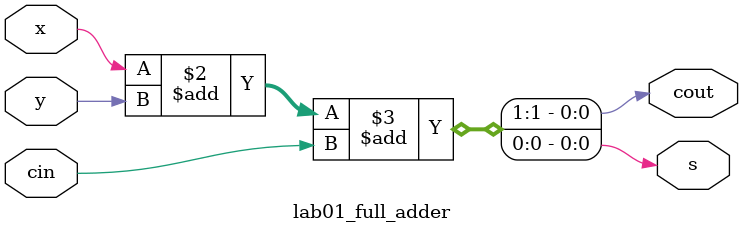
<source format=v>
`timescale 1ns / 1ps


module lab01_full_adder(
    output reg s,
    output reg cout,
    input x,
    input y,
    input cin
    );
    always @( x, y, cin ) begin
        { cout, s } = x + y + cin;
    end   
endmodule

</source>
